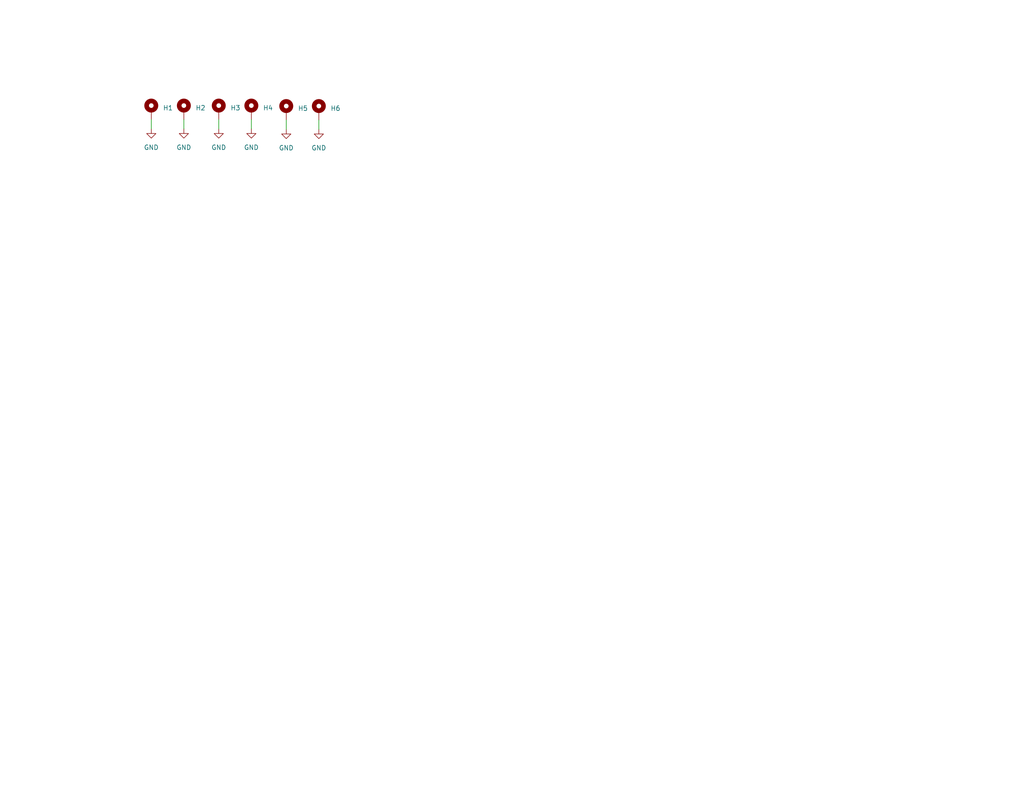
<source format=kicad_sch>
(kicad_sch (version 20231120) (generator "eeschema") (generator_version "8.0")
  (paper "USLetter")
  (title_block (title "12-12 NI G4.1 Arena Modular LED Display") (date "2024-10-08") (rev "v0.1") (company "IORodeo for Reiserlab @ Janelia"))
  (lib_symbols
    (symbol "Mechanical:MountingHole_Pad" (pin_numbers hide) (pin_names (offset 1.016) hide)
      (property "Reference" "H" (at 0 6.35 0))
      (property "Value" "MountingHole_Pad" (at 0 4.445 0))
      (symbol "MountingHole_Pad_0_1"
        (circle (center 0 1.27) (radius 1.27) (stroke (width 1.27)))
      )
      (symbol "MountingHole_Pad_1_1"
        (pin input line (at 0 -2.54 90) (length 2.54) (name "1") (number "1"))
      )
    )
    (symbol "power:GND" (power) (pin_names (offset 0))
      (property "Value" "GND" (at 0 -3.81 0))
      (symbol "GND_0_1"
        (polyline (pts (xy 0 0) (xy 0 -1.27) (xy 1.27 -1.27) (xy 0 -2.54) (xy -1.27 -1.27) (xy 0 -1.27)))
      )
      (symbol "GND_1_1"
        (pin power_in line (at 0 0 270) (length 0) hide (name "GND") (number "1"))
      )
    )
  )
  (wire (pts (xy 78.105 32.766) (xy 78.105 35.306)))
  (wire (pts (xy 41.275 32.639) (xy 41.275 35.179)))
  (wire (pts (xy 86.995 32.766) (xy 86.995 35.306)))
  (wire (pts (xy 59.69 32.639) (xy 59.69 35.179)))
  (wire (pts (xy 68.58 32.639) (xy 68.58 35.179)))
  (wire (pts (xy 50.165 32.639) (xy 50.165 35.179)))
  (symbol (lib_id "power:GND") (at 86.995 35.306 0) (mirror y) (unit 1)
    (property "Reference" "#PWR020" (effects (hide yes)))
    (property "Value" "GND" (at 86.995 40.386 0))
  )
  (symbol (lib_id "power:GND") (at 68.58 35.179 0) (mirror y) (unit 1)
    (property "Reference" "#PWR011" (effects (hide yes)))
    (property "Value" "GND" (at 68.58 40.259 0))
  )
  (symbol (lib_id "Mechanical:MountingHole_Pad") (at 50.165 30.099 0) (unit 1)
    (property "Reference" "H2" (at 53.34 29.464 0) (effects (justify left)))
    (property "Value" "MountingHole_Pad" (effects (hide yes)))
    (property "Footprint" "MountingHole:MountingHole_4.5mm_Pad" (effects (hide yes)))
  )
  (symbol (lib_id "power:GND") (at 50.165 35.179 0) (mirror y) (unit 1)
    (property "Reference" "#PWR09" (effects (hide yes)))
    (property "Value" "GND" (at 50.165 40.259 0))
  )
  (symbol (lib_id "power:GND") (at 41.275 35.179 0) (mirror y) (unit 1)
    (property "Reference" "#PWR08" (effects (hide yes)))
    (property "Value" "GND" (at 41.275 40.259 0))
  )
  (symbol (lib_id "Mechanical:MountingHole_Pad") (at 59.69 30.099 0) (unit 1)
    (property "Reference" "H3" (at 62.865 29.464 0) (effects (justify left)))
    (property "Value" "MountingHole_Pad" (effects (hide yes)))
    (property "Footprint" "MountingHole:MountingHole_4.5mm_Pad" (effects (hide yes)))
  )
  (symbol (lib_id "Mechanical:MountingHole_Pad") (at 41.275 30.099 0) (unit 1)
    (property "Reference" "H1" (at 44.45 29.464 0) (effects (justify left)))
    (property "Value" "MountingHole_Pad" (effects (hide yes)))
    (property "Footprint" "MountingHole:MountingHole_4.5mm_Pad" (effects (hide yes)))
  )
  (symbol (lib_id "power:GND") (at 59.69 35.179 0) (mirror y) (unit 1)
    (property "Reference" "#PWR010" (effects (hide yes)))
    (property "Value" "GND" (at 59.69 40.259 0))
  )
  (symbol (lib_id "Mechanical:MountingHole_Pad") (at 86.995 30.226 0) (unit 1)
    (property "Reference" "H6" (at 90.17 29.591 0) (effects (justify left)))
    (property "Value" "MountingHole_Pad" (effects (hide yes)))
    (property "Footprint" "MountingHole:MountingHole_4.5mm_Pad" (effects (hide yes)))
  )
  (symbol (lib_id "Mechanical:MountingHole_Pad") (at 78.105 30.226 0) (unit 1)
    (property "Reference" "H5" (at 81.28 29.591 0) (effects (justify left)))
    (property "Value" "MountingHole_Pad" (effects (hide yes)))
    (property "Footprint" "MountingHole:MountingHole_4.5mm_Pad" (effects (hide yes)))
  )
  (symbol (lib_id "power:GND") (at 78.105 35.306 0) (mirror y) (unit 1)
    (property "Reference" "#PWR019" (effects (hide yes)))
    (property "Value" "GND" (at 78.105 40.386 0))
  )
  (symbol (lib_id "Mechanical:MountingHole_Pad") (at 68.58 30.099 0) (unit 1)
    (property "Reference" "H4" (at 71.755 29.464 0) (effects (justify left)))
    (property "Value" "MountingHole_Pad" (effects (hide yes)))
    (property "Footprint" "MountingHole:MountingHole_4.5mm_Pad" (effects (hide yes)))
  )
)
</source>
